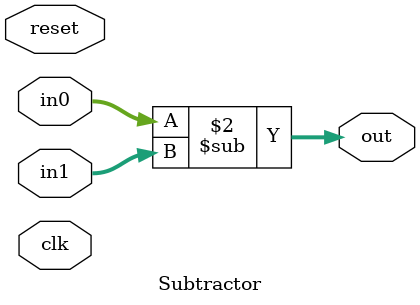
<source format=v>
module gcd
(
  input  wire clk,
  input  wire [  31:0] req_msg,
  output wire req_rdy,
  input  wire req_val,
  input  wire reset,
  output wire [  15:0] resp_msg,
  input  wire resp_rdy,
  output wire resp_val
);

  // ctrl temporaries
  wire   [   0:0] ctrl$is_b_zero;
  wire   [   0:0] ctrl$resp_rdy;
  wire   [   0:0] ctrl$clk;
  wire   [   0:0] ctrl$is_a_lt_b;
  wire   [   0:0] ctrl$req_val;
  wire   [   0:0] ctrl$reset;
  wire   [   1:0] ctrl$a_mux_sel;
  wire   [   0:0] ctrl$resp_val;
  wire   [   0:0] ctrl$b_mux_sel;
  wire   [   0:0] ctrl$b_reg_en;
  wire   [   0:0] ctrl$a_reg_en;
  wire   [   0:0] ctrl$req_rdy;

  GcdUnitCtrlRTL ctrl
  (
    .is_b_zero ( ctrl$is_b_zero ),
    .resp_rdy  ( ctrl$resp_rdy ),
    .clk       ( ctrl$clk ),
    .is_a_lt_b ( ctrl$is_a_lt_b ),
    .req_val   ( ctrl$req_val ),
    .reset     ( ctrl$reset ),
    .a_mux_sel ( ctrl$a_mux_sel ),
    .resp_val  ( ctrl$resp_val ),
    .b_mux_sel ( ctrl$b_mux_sel ),
    .b_reg_en  ( ctrl$b_reg_en ),
    .a_reg_en  ( ctrl$a_reg_en ),
    .req_rdy   ( ctrl$req_rdy )
  );

  // dpath temporaries
  wire   [   1:0] dpath$a_mux_sel;
  wire   [   0:0] dpath$clk;
  wire   [  15:0] dpath$req_msg_b;
  wire   [  15:0] dpath$req_msg_a;
  wire   [   0:0] dpath$b_mux_sel;
  wire   [   0:0] dpath$reset;
  wire   [   0:0] dpath$b_reg_en;
  wire   [   0:0] dpath$a_reg_en;
  wire   [   0:0] dpath$is_b_zero;
  wire   [  15:0] dpath$resp_msg;
  wire   [   0:0] dpath$is_a_lt_b;

  GcdUnitDpathRTL dpath
  (
    .a_mux_sel ( dpath$a_mux_sel ),
    .clk       ( dpath$clk ),
    .req_msg_b ( dpath$req_msg_b ),
    .req_msg_a ( dpath$req_msg_a ),
    .b_mux_sel ( dpath$b_mux_sel ),
    .reset     ( dpath$reset ),
    .b_reg_en  ( dpath$b_reg_en ),
    .a_reg_en  ( dpath$a_reg_en ),
    .is_b_zero ( dpath$is_b_zero ),
    .resp_msg  ( dpath$resp_msg ),
    .is_a_lt_b ( dpath$is_a_lt_b )
  );

  // signal connections
  assign ctrl$clk        = clk;
  assign ctrl$is_a_lt_b  = dpath$is_a_lt_b;
  assign ctrl$is_b_zero  = dpath$is_b_zero;
  assign ctrl$req_val    = req_val;
  assign ctrl$reset      = reset;
  assign ctrl$resp_rdy   = resp_rdy;
  assign dpath$a_mux_sel = ctrl$a_mux_sel;
  assign dpath$a_reg_en  = ctrl$a_reg_en;
  assign dpath$b_mux_sel = ctrl$b_mux_sel;
  assign dpath$b_reg_en  = ctrl$b_reg_en;
  assign dpath$clk       = clk;
  assign dpath$req_msg_a = req_msg[31:16];
  assign dpath$req_msg_b = req_msg[15:0];
  assign dpath$reset     = reset;
  assign req_rdy         = ctrl$req_rdy;
  assign resp_msg        = dpath$resp_msg;
  assign resp_val        = ctrl$resp_val;



endmodule // GcdUnit

//-----------------------------------------------------------------------------
// GcdUnitCtrlRTL
//-----------------------------------------------------------------------------
// dump-vcd: False
// verilator-xinit: zeros
module GcdUnitCtrlRTL
(
  output reg  [   1:0] a_mux_sel,
  output reg  [   0:0] a_reg_en,
  output reg  [   0:0] b_mux_sel,
  output reg  [   0:0] b_reg_en,
  input  wire [   0:0] clk,
  input  wire [   0:0] is_a_lt_b,
  input  wire [   0:0] is_b_zero,
  output reg  [   0:0] req_rdy,
  input  wire [   0:0] req_val,
  input  wire [   0:0] reset,
  input  wire [   0:0] resp_rdy,
  output reg  [   0:0] resp_val
);

  // register declarations
  reg    [   1:0] curr_state__0;
  reg    [   1:0] current_state__1;
  reg    [   0:0] do_sub;
  reg    [   0:0] do_swap;
  reg    [   1:0] next_state__0;
  reg    [   1:0] state$in_;

  // localparam declarations
  localparam A_MUX_SEL_B = 2;
  localparam A_MUX_SEL_IN = 0;
  localparam A_MUX_SEL_SUB = 1;
  localparam A_MUX_SEL_X = 0;
  localparam B_MUX_SEL_A = 0;
  localparam B_MUX_SEL_IN = 1;
  localparam B_MUX_SEL_X = 0;
  localparam STATE_CALC = 1;
  localparam STATE_DONE = 2;
  localparam STATE_IDLE = 0;

  // state temporaries
  wire   [   0:0] state$reset;
  wire   [   0:0] state$clk;
  wire   [   1:0] state$out;

  RegRst state
  (
    .reset ( state$reset ),
    .in_   ( state$in_ ),
    .clk   ( state$clk ),
    .out   ( state$out )
  );

  // signal connections
  assign state$clk   = clk;
  assign state$reset = reset;


  // PYMTL SOURCE:
  //
  // @s.combinational
  // def state_transitions():
  //
  //       curr_state = s.state.out
  //       next_state = s.state.out
  //
  //       # Transistions out of IDLE state
  //
  //       if ( curr_state == s.STATE_IDLE ):
  //         if ( s.req_val and s.req_rdy ):
  //           next_state = s.STATE_CALC
  //
  //       # Transistions out of CALC state
  //
  //       if ( curr_state == s.STATE_CALC ):
  //         if ( not s.is_a_lt_b and s.is_b_zero ):
  //           next_state = s.STATE_DONE
  //
  //       # Transistions out of DONE state
  //
  //       if ( curr_state == s.STATE_DONE ):
  //         if ( s.resp_val and s.resp_rdy ):
  //           next_state = s.STATE_IDLE
  //
  //       s.state.in_.value = next_state

  // logic for state_transitions()
  always @ (*) begin
    curr_state__0 = state$out;
    next_state__0 = state$out;
    if ((curr_state__0 == STATE_IDLE)) begin
      if ((req_val&&req_rdy)) begin
        next_state__0 = STATE_CALC;
      end
      else begin
      end
    end
    else begin
    end
    if ((curr_state__0 == STATE_CALC)) begin
      if ((!is_a_lt_b&&is_b_zero)) begin
        next_state__0 = STATE_DONE;
      end
      else begin
      end
    end
    else begin
    end
    if ((curr_state__0 == STATE_DONE)) begin
      if ((resp_val&&resp_rdy)) begin
        next_state__0 = STATE_IDLE;
      end
      else begin
      end
    end
    else begin
    end
    state$in_ = next_state__0;
  end

  // PYMTL SOURCE:
  //
  // @s.combinational
  // def state_outputs():
  //
  //       current_state = s.state.out
  //
  //       # In IDLE state we simply wait for inputs to arrive and latch them
  //
  //       if current_state == s.STATE_IDLE:
  //         s.req_rdy.value   = 1
  //         s.resp_val.value  = 0
  //         s.a_mux_sel.value = A_MUX_SEL_IN
  //         s.a_reg_en.value  = 1
  //         s.b_mux_sel.value = B_MUX_SEL_IN
  //         s.b_reg_en.value  = 1
  //
  //       # In CALC state we iteratively swap/sub to calculate GCD
  //
  //       elif current_state == s.STATE_CALC:
  //
  //         s.do_swap.value = s.is_a_lt_b
  //         s.do_sub.value  = ~s.is_b_zero
  //
  //         s.req_rdy.value   = 0
  //         s.resp_val.value  = 0
  //         s.a_mux_sel.value = A_MUX_SEL_B if s.do_swap else A_MUX_SEL_SUB
  //         s.a_reg_en.value  = 1
  //         s.b_mux_sel.value = B_MUX_SEL_A
  //         s.b_reg_en.value  = s.do_swap
  //
  //       # In DONE state we simply wait for output transaction to occur
  //
  //       elif current_state == s.STATE_DONE:
  //         s.req_rdy.value   = 0
  //         s.resp_val.value  = 1
  //         s.a_mux_sel.value = A_MUX_SEL_X
  //         s.a_reg_en.value  = 0
  //         s.b_mux_sel.value = B_MUX_SEL_X
  //         s.b_reg_en.value  = 0
  //
  //       # Default case that we should not hit
  //
  //       else:
  //         s.req_rdy.value   = 0
  //         s.resp_val.value  = 0
  //         s.a_mux_sel.value = A_MUX_SEL_X
  //         s.a_reg_en.value  = 0
  //         s.b_mux_sel.value = B_MUX_SEL_X
  //         s.b_reg_en.value  = 0

  // logic for state_outputs()
  always @ (*) begin
    current_state__1 = state$out;
    if ((current_state__1 == STATE_IDLE)) begin
      req_rdy = 1;
      resp_val = 0;
      a_mux_sel = A_MUX_SEL_IN;
      a_reg_en = 1;
      b_mux_sel = B_MUX_SEL_IN;
      b_reg_en = 1;
    end
    else begin
      if ((current_state__1 == STATE_CALC)) begin
        do_swap = is_a_lt_b;
        do_sub = ~is_b_zero;
        req_rdy = 0;
        resp_val = 0;
        a_mux_sel = do_swap ? A_MUX_SEL_B : A_MUX_SEL_SUB;
        a_reg_en = 1;
        b_mux_sel = B_MUX_SEL_A;
        b_reg_en = do_swap;
      end
      else begin
        if ((current_state__1 == STATE_DONE)) begin
          req_rdy = 0;
          resp_val = 1;
          a_mux_sel = A_MUX_SEL_X;
          a_reg_en = 0;
          b_mux_sel = B_MUX_SEL_X;
          b_reg_en = 0;
        end
        else begin
          req_rdy = 0;
          resp_val = 0;
          a_mux_sel = A_MUX_SEL_X;
          a_reg_en = 0;
          b_mux_sel = B_MUX_SEL_X;
          b_reg_en = 0;
        end
      end
    end
  end


endmodule // GcdUnitCtrlRTL

//-----------------------------------------------------------------------------
// RegRst
//-----------------------------------------------------------------------------
// dtype: 2
// reset_value: 0
// dump-vcd: False
// verilator-xinit: zeros
module RegRst
(
  input  wire [   0:0] clk,
  input  wire [   1:0] in_,
  output reg  [   1:0] out,
  input  wire [   0:0] reset
);

  // localparam declarations
  localparam reset_value = 0;



  // PYMTL SOURCE:
  //
  // @s.posedge_clk
  // def seq_logic():
  //       if s.reset:
  //         s.out.next = reset_value
  //       else:
  //         s.out.next = s.in_

  // logic for seq_logic()
  always @ (posedge clk) begin
    if (reset) begin
      out <= reset_value;
    end
    else begin
      out <= in_;
    end
  end


endmodule // RegRst

//-----------------------------------------------------------------------------
// GcdUnitDpathRTL
//-----------------------------------------------------------------------------
// dump-vcd: False
// verilator-xinit: zeros
module GcdUnitDpathRTL
(
  input  wire [   1:0] a_mux_sel,
  input  wire [   0:0] a_reg_en,
  input  wire [   0:0] b_mux_sel,
  input  wire [   0:0] b_reg_en,
  input  wire [   0:0] clk,
  output wire [   0:0] is_a_lt_b,
  output wire [   0:0] is_b_zero,
  input  wire [  15:0] req_msg_a,
  input  wire [  15:0] req_msg_b,
  input  wire [   0:0] reset,
  output wire [  15:0] resp_msg
);

  // wire declarations
  wire   [  15:0] sub_out;
  wire   [  15:0] b_reg_out;


  // a_reg temporaries
  wire   [   0:0] a_reg$reset;
  wire   [  15:0] a_reg$in_;
  wire   [   0:0] a_reg$clk;
  wire   [   0:0] a_reg$en;
  wire   [  15:0] a_reg$out;

  RegEn a_reg
  (
    .reset ( a_reg$reset ),
    .in_   ( a_reg$in_ ),
    .clk   ( a_reg$clk ),
    .en    ( a_reg$en ),
    .out   ( a_reg$out )
  );

  // a_lt_b temporaries
  wire   [   0:0] a_lt_b$reset;
  wire   [   0:0] a_lt_b$clk;
  wire   [  15:0] a_lt_b$in0;
  wire   [  15:0] a_lt_b$in1;
  wire   [   0:0] a_lt_b$out;

  LtComparator a_lt_b
  (
    .reset ( a_lt_b$reset ),
    .clk   ( a_lt_b$clk ),
    .in0   ( a_lt_b$in0 ),
    .in1   ( a_lt_b$in1 ),
    .out   ( a_lt_b$out )
  );

  // b_zero temporaries
  wire   [   0:0] b_zero$reset;
  wire   [  15:0] b_zero$in_;
  wire   [   0:0] b_zero$clk;
  wire   [   0:0] b_zero$out;

  ZeroComparator b_zero
  (
    .reset ( b_zero$reset ),
    .in_   ( b_zero$in_ ),
    .clk   ( b_zero$clk ),
    .out   ( b_zero$out )
  );

  // a_mux temporaries
  wire   [   0:0] a_mux$reset;
  wire   [  15:0] a_mux$in_$000;
  wire   [  15:0] a_mux$in_$001;
  wire   [  15:0] a_mux$in_$002;
  wire   [   0:0] a_mux$clk;
  wire   [   1:0] a_mux$sel;
  wire   [  15:0] a_mux$out;

  Mux3 a_mux
  (
    .reset   ( a_mux$reset ),
    .in_$000 ( a_mux$in_$000 ),
    .in_$001 ( a_mux$in_$001 ),
    .in_$002 ( a_mux$in_$002 ),
    .clk     ( a_mux$clk ),
    .sel     ( a_mux$sel ),
    .out     ( a_mux$out )
  );

  // b_mux temporaries
  wire   [   0:0] b_mux$reset;
  wire   [  15:0] b_mux$in_$000;
  wire   [  15:0] b_mux$in_$001;
  wire   [   0:0] b_mux$clk;
  wire   [   0:0] b_mux$sel;
  wire   [  15:0] b_mux$out;

  Mux2 b_mux
  (
    .reset   ( b_mux$reset ),
    .in_$000 ( b_mux$in_$000 ),
    .in_$001 ( b_mux$in_$001 ),
    .clk     ( b_mux$clk ),
    .sel     ( b_mux$sel ),
    .out     ( b_mux$out )
  );

  // sub temporaries
  wire   [   0:0] sub$reset;
  wire   [   0:0] sub$clk;
  wire   [  15:0] sub$in0;
  wire   [  15:0] sub$in1;
  wire   [  15:0] sub$out;

  Subtractor sub
  (
    .reset ( sub$reset ),
    .clk   ( sub$clk ),
    .in0   ( sub$in0 ),
    .in1   ( sub$in1 ),
    .out   ( sub$out )
  );

  // b_reg temporaries
  wire   [   0:0] b_reg$reset;
  wire   [  15:0] b_reg$in_;
  wire   [   0:0] b_reg$clk;
  wire   [   0:0] b_reg$en;
  wire   [  15:0] b_reg$out;

  RegEn b_reg
  (
    .reset ( b_reg$reset ),
    .in_   ( b_reg$in_ ),
    .clk   ( b_reg$clk ),
    .en    ( b_reg$en ),
    .out   ( b_reg$out )
  );

  // signal connections
  assign a_lt_b$clk    = clk;
  assign a_lt_b$in0    = a_reg$out;
  assign a_lt_b$in1    = b_reg$out;
  assign a_lt_b$reset  = reset;
  assign a_mux$clk     = clk;
  assign a_mux$in_$000 = req_msg_a;
  assign a_mux$in_$001 = sub_out;
  assign a_mux$in_$002 = b_reg_out;
  assign a_mux$reset   = reset;
  assign a_mux$sel     = a_mux_sel;
  assign a_reg$clk     = clk;
  assign a_reg$en      = a_reg_en;
  assign a_reg$in_     = a_mux$out;
  assign a_reg$reset   = reset;
  assign b_mux$clk     = clk;
  assign b_mux$in_$000 = a_reg$out;
  assign b_mux$in_$001 = req_msg_b;
  assign b_mux$reset   = reset;
  assign b_mux$sel     = b_mux_sel;
  assign b_reg$clk     = clk;
  assign b_reg$en      = b_reg_en;
  assign b_reg$in_     = b_mux$out;
  assign b_reg$reset   = reset;
  assign b_reg_out     = b_reg$out;
  assign b_zero$clk    = clk;
  assign b_zero$in_    = b_reg$out;
  assign b_zero$reset  = reset;
  assign is_a_lt_b     = a_lt_b$out;
  assign is_b_zero     = b_zero$out;
  assign resp_msg      = sub$out;
  assign sub$clk       = clk;
  assign sub$in0       = a_reg$out;
  assign sub$in1       = b_reg$out;
  assign sub$reset     = reset;
  assign sub_out       = sub$out;



endmodule // GcdUnitDpathRTL

//-----------------------------------------------------------------------------
// RegEn
//-----------------------------------------------------------------------------
// dtype: 16
// dump-vcd: False
// verilator-xinit: zeros
module RegEn
(
  input  wire [   0:0] clk,
  input  wire [   0:0] en,
  input  wire [  15:0] in_,
  output reg  [  15:0] out,
  input  wire [   0:0] reset
);



  // PYMTL SOURCE:
  //
  // @s.posedge_clk
  // def seq_logic():
  //       if s.en:
  //         s.out.next = s.in_

  // logic for seq_logic()
  always @ (posedge clk) begin
    if (en) begin
      out <= in_;
    end
    else begin
    end
  end


endmodule // RegEn

//-----------------------------------------------------------------------------
// LtComparator
//-----------------------------------------------------------------------------
// nbits: 16
// dump-vcd: False
// verilator-xinit: zeros
module LtComparator
(
  input  wire [   0:0] clk,
  input  wire [  15:0] in0,
  input  wire [  15:0] in1,
  output reg  [   0:0] out,
  input  wire [   0:0] reset
);



  // PYMTL SOURCE:
  //
  // @s.combinational
  // def comb_logic():
  //       s.out.value = s.in0 < s.in1

  // logic for comb_logic()
  always @ (*) begin
    out = (in0 < in1);
  end


endmodule // LtComparator

//-----------------------------------------------------------------------------
// ZeroComparator
//-----------------------------------------------------------------------------
// nbits: 16
// dump-vcd: False
// verilator-xinit: zeros
module ZeroComparator
(
  input  wire [   0:0] clk,
  input  wire [  15:0] in_,
  output reg  [   0:0] out,
  input  wire [   0:0] reset
);



  // PYMTL SOURCE:
  //
  // @s.combinational
  // def comb_logic():
  //       s.out.value = s.in_ == 0

  // logic for comb_logic()
  always @ (*) begin
    out = (in_ == 0);
  end


endmodule // ZeroComparator

//-----------------------------------------------------------------------------
// Mux3
//-----------------------------------------------------------------------------
// dtype: 16
// nports: 3
// dump-vcd: False
// verilator-xinit: zeros
module Mux3
(
  input  wire [   0:0] clk,
  input  wire [  15:0] in_$000,
  input  wire [  15:0] in_$001,
  input  wire [  15:0] in_$002,
  output reg  [  15:0] out,
  input  wire [   0:0] reset,
  input  wire [   1:0] sel
);

  // localparam declarations
  localparam nports = 3;


  // array declarations
  wire   [  15:0] in_[0:2];
  assign in_[  0] = in_$000;
  assign in_[  1] = in_$001;
  assign in_[  2] = in_$002;

  // PYMTL SOURCE:
  //
  // @s.combinational
  // def comb_logic():
  //       assert s.sel < nports
  //       s.out.v = s.in_[ s.sel ]

  // logic for comb_logic()
  always @ (*) begin
    out = in_[sel];
  end


endmodule // Mux3

//-----------------------------------------------------------------------------
// Mux2
//-----------------------------------------------------------------------------
// dtype: 16
// nports: 2
// dump-vcd: False
// verilator-xinit: zeros
module Mux2
(
  input  wire [   0:0] clk,
  input  wire [  15:0] in_$000,
  input  wire [  15:0] in_$001,
  output reg  [  15:0] out,
  input  wire [   0:0] reset,
  input  wire [   0:0] sel
);

  // localparam declarations
  localparam nports = 2;


  // array declarations
  wire   [  15:0] in_[0:1];
  assign in_[  0] = in_$000;
  assign in_[  1] = in_$001;

  // PYMTL SOURCE:
  //
  // @s.combinational
  // def comb_logic():
  //       assert s.sel < nports
  //       s.out.v = s.in_[ s.sel ]

  // logic for comb_logic()
  always @ (*) begin
    out = in_[sel];
  end


endmodule // Mux2

//-----------------------------------------------------------------------------
// Subtractor
//-----------------------------------------------------------------------------
// nbits: 16
// dump-vcd: False
// verilator-xinit: zeros
module Subtractor
(
  input  wire [   0:0] clk,
  input  wire [  15:0] in0,
  input  wire [  15:0] in1,
  output reg  [  15:0] out,
  input  wire [   0:0] reset
);



  // PYMTL SOURCE:
  //
  // @s.combinational
  // def comb_logic():
  //       s.out.value = s.in0 - s.in1

  // logic for comb_logic()
  always @ (*) begin
    out = (in0-in1);
  end


endmodule // Subtractor


</source>
